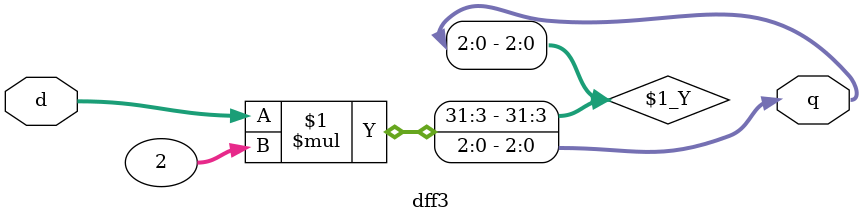
<source format=v>

module dff3 (
input [2:0] d,
output wire [2:0] q);

assign q = d*2;

endmodule

</source>
